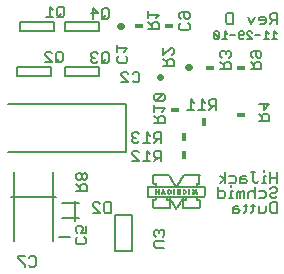
<source format=gbo>
G75*
G70*
%OFA0B0*%
%FSLAX24Y24*%
%IPPOS*%
%LPD*%
%AMOC8*
5,1,8,0,0,1.08239X$1,22.5*
%
%ADD10C,0.0050*%
%ADD11C,0.0220*%
%ADD12R,0.0300X0.0180*%
%ADD13C,0.0060*%
%ADD14C,0.0080*%
%ADD15R,0.0020X0.0010*%
%ADD16R,0.0040X0.0010*%
%ADD17R,0.0610X0.0010*%
%ADD18R,0.0060X0.0010*%
%ADD19R,0.0080X0.0010*%
%ADD20R,0.0090X0.0010*%
%ADD21R,0.0100X0.0010*%
%ADD22R,0.0050X0.0010*%
%ADD23R,0.0140X0.0010*%
%ADD24R,0.0180X0.0010*%
%ADD25R,0.0170X0.0010*%
%ADD26R,0.0160X0.0010*%
%ADD27R,0.1940X0.0010*%
%ADD28R,0.0030X0.0010*%
%ADD29R,0.0110X0.0010*%
%ADD30R,0.0130X0.0010*%
%ADD31R,0.0070X0.0010*%
%ADD32R,0.0150X0.0010*%
%ADD33R,0.0120X0.0010*%
%ADD34R,0.0580X0.0010*%
%ADD35R,0.0570X0.0010*%
%ADD36R,0.0560X0.0010*%
%ADD37R,0.0180X0.0300*%
D10*
X007965Y000849D02*
X008198Y000616D01*
X008198Y000557D01*
X008333Y000616D02*
X008392Y000557D01*
X008508Y000557D01*
X008567Y000616D01*
X008567Y000849D01*
X008508Y000907D01*
X008392Y000907D01*
X008333Y000849D01*
X008198Y000907D02*
X007965Y000907D01*
X007965Y000849D01*
X009899Y001363D02*
X009957Y001305D01*
X010191Y001305D01*
X010249Y001363D01*
X010249Y001480D01*
X010191Y001538D01*
X009957Y001538D02*
X009899Y001480D01*
X009899Y001363D01*
X009957Y001673D02*
X009899Y001732D01*
X009899Y001848D01*
X009957Y001907D01*
X010074Y001907D01*
X010133Y001848D01*
X010133Y001790D01*
X010074Y001673D01*
X010249Y001673D01*
X010249Y001907D01*
X009871Y002081D02*
X009871Y002749D01*
X010001Y002677D02*
X009456Y002677D01*
X009456Y002183D02*
X010001Y002183D01*
X010464Y002355D02*
X010697Y002355D01*
X010464Y002588D01*
X010464Y002647D01*
X010522Y002705D01*
X010639Y002705D01*
X010697Y002647D01*
X010832Y002647D02*
X010891Y002705D01*
X011066Y002705D01*
X011066Y002355D01*
X010891Y002355D01*
X010832Y002413D01*
X010832Y002647D01*
X010279Y003075D02*
X010279Y003250D01*
X010221Y003308D01*
X010104Y003308D01*
X010046Y003250D01*
X010046Y003075D01*
X010046Y003192D02*
X009929Y003308D01*
X009987Y003443D02*
X010046Y003443D01*
X010104Y003502D01*
X010104Y003618D01*
X010046Y003677D01*
X009987Y003677D01*
X009929Y003618D01*
X009929Y003502D01*
X009987Y003443D01*
X010104Y003502D02*
X010163Y003443D01*
X010221Y003443D01*
X010279Y003502D01*
X010279Y003618D01*
X010221Y003677D01*
X010163Y003677D01*
X010104Y003618D01*
X009929Y003075D02*
X010279Y003075D01*
X011779Y004075D02*
X012013Y004075D01*
X011779Y004308D01*
X011779Y004367D01*
X011837Y004425D01*
X011954Y004425D01*
X012013Y004367D01*
X012264Y004425D02*
X012381Y004308D01*
X012516Y004250D02*
X012574Y004192D01*
X012749Y004192D01*
X012632Y004192D02*
X012516Y004075D01*
X012381Y004075D02*
X012147Y004075D01*
X012264Y004075D02*
X012264Y004425D01*
X012516Y004367D02*
X012516Y004250D01*
X012749Y004075D02*
X012749Y004425D01*
X012574Y004425D01*
X012516Y004367D01*
X012521Y004685D02*
X012637Y004802D01*
X012579Y004802D02*
X012754Y004802D01*
X012754Y004685D02*
X012754Y005035D01*
X012579Y005035D01*
X012521Y004977D01*
X012521Y004860D01*
X012579Y004802D01*
X012386Y004918D02*
X012269Y005035D01*
X012269Y004685D01*
X012386Y004685D02*
X012152Y004685D01*
X012017Y004743D02*
X011959Y004685D01*
X011842Y004685D01*
X011784Y004743D01*
X011784Y004802D01*
X011842Y004860D01*
X011901Y004860D01*
X011842Y004860D02*
X011784Y004918D01*
X011784Y004977D01*
X011842Y005035D01*
X011959Y005035D01*
X012017Y004977D01*
X012529Y005355D02*
X012879Y005355D01*
X012879Y005530D01*
X012821Y005588D01*
X012704Y005588D01*
X012646Y005530D01*
X012646Y005355D01*
X012646Y005472D02*
X012529Y005588D01*
X012529Y005723D02*
X012529Y005957D01*
X012529Y005840D02*
X012879Y005840D01*
X012763Y005723D01*
X012821Y006091D02*
X012587Y006091D01*
X012821Y006325D01*
X012587Y006325D01*
X012529Y006267D01*
X012529Y006150D01*
X012587Y006091D01*
X012821Y006091D02*
X012879Y006150D01*
X012879Y006267D01*
X012821Y006325D01*
X013736Y006145D02*
X013736Y005795D01*
X013853Y005795D02*
X013619Y005795D01*
X013987Y005795D02*
X014221Y005795D01*
X014104Y005795D02*
X014104Y006145D01*
X014221Y006028D01*
X014356Y005970D02*
X014356Y006087D01*
X014414Y006145D01*
X014589Y006145D01*
X014589Y005795D01*
X014589Y005912D02*
X014414Y005912D01*
X014356Y005970D01*
X014472Y005912D02*
X014356Y005795D01*
X013853Y006028D02*
X013736Y006145D01*
X012029Y006763D02*
X012029Y006997D01*
X011971Y007055D01*
X011854Y007055D01*
X011796Y006997D01*
X011661Y006997D02*
X011602Y007055D01*
X011486Y007055D01*
X011427Y006997D01*
X011427Y006938D01*
X011661Y006705D01*
X011427Y006705D01*
X011796Y006763D02*
X011854Y006705D01*
X011971Y006705D01*
X012029Y006763D01*
X012829Y007255D02*
X013179Y007255D01*
X013179Y007430D01*
X013121Y007488D01*
X013004Y007488D01*
X012946Y007430D01*
X012946Y007255D01*
X012946Y007372D02*
X012829Y007488D01*
X012829Y007623D02*
X013063Y007857D01*
X013121Y007857D01*
X013179Y007798D01*
X013179Y007682D01*
X013121Y007623D01*
X012829Y007623D02*
X012829Y007857D01*
X012679Y008465D02*
X012329Y008465D01*
X012446Y008465D02*
X012446Y008640D01*
X012504Y008698D01*
X012621Y008698D01*
X012679Y008640D01*
X012679Y008465D01*
X012446Y008582D02*
X012329Y008698D01*
X012329Y008833D02*
X012329Y009067D01*
X012329Y008950D02*
X012679Y008950D01*
X012563Y008833D01*
X013349Y008865D02*
X013349Y008982D01*
X013407Y009040D01*
X013641Y009040D01*
X013699Y008982D01*
X013699Y008865D01*
X013641Y008807D01*
X013583Y008807D01*
X013524Y008865D01*
X013524Y009040D01*
X013349Y008865D02*
X013407Y008807D01*
X013407Y008672D02*
X013349Y008613D01*
X013349Y008497D01*
X013407Y008438D01*
X013641Y008438D01*
X013699Y008497D01*
X013699Y008613D01*
X013641Y008672D01*
X014509Y008360D02*
X014676Y008194D01*
X014634Y008152D01*
X014551Y008152D01*
X014509Y008194D01*
X014509Y008360D01*
X014551Y008402D01*
X014634Y008402D01*
X014676Y008360D01*
X014676Y008194D01*
X014785Y008152D02*
X014952Y008152D01*
X014869Y008152D02*
X014869Y008402D01*
X014952Y008319D01*
X015062Y008277D02*
X015228Y008277D01*
X015338Y008277D02*
X015463Y008277D01*
X015505Y008319D01*
X015505Y008360D01*
X015463Y008402D01*
X015380Y008402D01*
X015338Y008360D01*
X015338Y008194D01*
X015380Y008152D01*
X015463Y008152D01*
X015505Y008194D01*
X015614Y008152D02*
X015781Y008152D01*
X015614Y008319D01*
X015614Y008360D01*
X015656Y008402D01*
X015739Y008402D01*
X015781Y008360D01*
X015890Y008277D02*
X016057Y008277D01*
X016166Y008152D02*
X016333Y008152D01*
X016250Y008152D02*
X016250Y008402D01*
X016333Y008319D01*
X016526Y008402D02*
X016526Y008152D01*
X016609Y008152D02*
X016443Y008152D01*
X016609Y008319D02*
X016526Y008402D01*
X016606Y008661D02*
X016606Y009011D01*
X016431Y009011D01*
X016372Y008952D01*
X016372Y008836D01*
X016431Y008777D01*
X016606Y008777D01*
X016489Y008777D02*
X016372Y008661D01*
X016237Y008719D02*
X016237Y008836D01*
X016179Y008894D01*
X016062Y008894D01*
X016004Y008836D01*
X016004Y008777D01*
X016237Y008777D01*
X016237Y008719D02*
X016179Y008661D01*
X016062Y008661D01*
X015869Y008894D02*
X015752Y008661D01*
X015636Y008894D01*
X015133Y009011D02*
X015133Y008661D01*
X014957Y008661D01*
X014899Y008719D01*
X014899Y008952D01*
X014957Y009011D01*
X015133Y009011D01*
X015021Y007757D02*
X014963Y007757D01*
X014904Y007698D01*
X014846Y007757D01*
X014787Y007757D01*
X014729Y007698D01*
X014729Y007582D01*
X014787Y007523D01*
X014729Y007388D02*
X014846Y007272D01*
X014846Y007330D02*
X014846Y007155D01*
X014729Y007155D02*
X015079Y007155D01*
X015079Y007330D01*
X015021Y007388D01*
X014904Y007388D01*
X014846Y007330D01*
X015021Y007523D02*
X015079Y007582D01*
X015079Y007698D01*
X015021Y007757D01*
X014904Y007698D02*
X014904Y007640D01*
X015739Y007682D02*
X015739Y007565D01*
X015797Y007507D01*
X015914Y007565D02*
X015914Y007740D01*
X015797Y007740D02*
X016031Y007740D01*
X016089Y007682D01*
X016089Y007565D01*
X016031Y007507D01*
X015973Y007507D01*
X015914Y007565D01*
X015914Y007372D02*
X015856Y007313D01*
X015856Y007138D01*
X015739Y007138D02*
X016089Y007138D01*
X016089Y007313D01*
X016031Y007372D01*
X015914Y007372D01*
X015856Y007255D02*
X015739Y007372D01*
X015739Y007682D02*
X015797Y007740D01*
X016174Y006027D02*
X016174Y005793D01*
X016349Y005968D01*
X015999Y005968D01*
X015999Y005658D02*
X016116Y005542D01*
X016116Y005600D02*
X016116Y005425D01*
X015999Y005425D02*
X016349Y005425D01*
X016349Y005600D01*
X016291Y005658D01*
X016174Y005658D01*
X016116Y005600D01*
X016182Y003764D02*
X016182Y003705D01*
X016182Y003588D02*
X016182Y003355D01*
X016124Y003355D02*
X016241Y003355D01*
X016376Y003355D02*
X016376Y003705D01*
X016376Y003530D02*
X016609Y003530D01*
X016609Y003355D02*
X016609Y003705D01*
X016241Y003588D02*
X016182Y003588D01*
X015995Y003413D02*
X015937Y003355D01*
X015879Y003355D01*
X015820Y003413D01*
X015820Y003705D01*
X015762Y003705D02*
X015879Y003705D01*
X015569Y003588D02*
X015452Y003588D01*
X015394Y003530D01*
X015394Y003355D01*
X015569Y003355D01*
X015627Y003413D01*
X015569Y003472D01*
X015394Y003472D01*
X015259Y003530D02*
X015259Y003413D01*
X015200Y003355D01*
X015025Y003355D01*
X015078Y003264D02*
X015078Y003205D01*
X015078Y003088D02*
X015078Y002855D01*
X015136Y002855D02*
X015019Y002855D01*
X014890Y002913D02*
X014890Y003030D01*
X014832Y003088D01*
X014657Y003088D01*
X014657Y003205D02*
X014657Y002855D01*
X014832Y002855D01*
X014890Y002913D01*
X015078Y003088D02*
X015136Y003088D01*
X015271Y003030D02*
X015271Y002855D01*
X015387Y002855D02*
X015387Y003030D01*
X015329Y003088D01*
X015271Y003030D01*
X015387Y003030D02*
X015446Y003088D01*
X015504Y003088D01*
X015504Y002855D01*
X015639Y002855D02*
X015639Y003030D01*
X015697Y003088D01*
X015814Y003088D01*
X015873Y003030D01*
X016007Y003088D02*
X016182Y003088D01*
X016241Y003030D01*
X016241Y002913D01*
X016182Y002855D01*
X016007Y002855D01*
X015873Y002855D02*
X015873Y003205D01*
X016376Y003147D02*
X016434Y003205D01*
X016551Y003205D01*
X016609Y003147D01*
X016609Y003088D01*
X016551Y003030D01*
X016434Y003030D01*
X016376Y002972D01*
X016376Y002913D01*
X016434Y002855D01*
X016551Y002855D01*
X016609Y002913D01*
X016609Y002705D02*
X016434Y002705D01*
X016376Y002647D01*
X016376Y002413D01*
X016434Y002355D01*
X016609Y002355D01*
X016609Y002705D01*
X016241Y002588D02*
X016241Y002413D01*
X016182Y002355D01*
X016007Y002355D01*
X016007Y002588D01*
X015873Y002588D02*
X015756Y002588D01*
X015814Y002647D02*
X015814Y002413D01*
X015756Y002355D01*
X015569Y002413D02*
X015510Y002355D01*
X015569Y002413D02*
X015569Y002647D01*
X015627Y002588D02*
X015510Y002588D01*
X015323Y002588D02*
X015206Y002588D01*
X015148Y002530D01*
X015148Y002355D01*
X015323Y002355D01*
X015381Y002413D01*
X015323Y002472D01*
X015148Y002472D01*
X014890Y003355D02*
X014890Y003705D01*
X015025Y003588D02*
X015200Y003588D01*
X015259Y003530D01*
X014890Y003472D02*
X014715Y003588D01*
X014890Y003472D02*
X014715Y003355D01*
X012859Y001738D02*
X012801Y001797D01*
X012743Y001797D01*
X012684Y001738D01*
X012626Y001797D01*
X012567Y001797D01*
X012509Y001738D01*
X012509Y001622D01*
X012567Y001563D01*
X012684Y001680D02*
X012684Y001738D01*
X012859Y001738D02*
X012859Y001622D01*
X012801Y001563D01*
X012859Y001428D02*
X012567Y001428D01*
X012509Y001370D01*
X012509Y001253D01*
X012567Y001195D01*
X012859Y001195D01*
X011567Y004394D02*
X007630Y004394D01*
X007630Y005968D02*
X011567Y005968D01*
X011567Y004394D01*
X011571Y007355D02*
X011337Y007355D01*
X011279Y007413D01*
X011279Y007530D01*
X011337Y007588D01*
X011279Y007723D02*
X011279Y007957D01*
X011279Y007840D02*
X011629Y007840D01*
X011513Y007723D01*
X011571Y007588D02*
X011629Y007530D01*
X011629Y007413D01*
X011571Y007355D01*
X011016Y007413D02*
X011016Y007647D01*
X010957Y007705D01*
X010841Y007705D01*
X010782Y007647D01*
X010782Y007413D01*
X010841Y007355D01*
X010957Y007355D01*
X011016Y007413D01*
X010899Y007472D02*
X010782Y007355D01*
X010647Y007413D02*
X010589Y007355D01*
X010472Y007355D01*
X010414Y007413D01*
X010414Y007472D01*
X010472Y007530D01*
X010531Y007530D01*
X010472Y007530D02*
X010414Y007588D01*
X010414Y007647D01*
X010472Y007705D01*
X010589Y007705D01*
X010647Y007647D01*
X009476Y007667D02*
X009476Y007433D01*
X009417Y007375D01*
X009301Y007375D01*
X009242Y007433D01*
X009242Y007667D01*
X009301Y007725D01*
X009417Y007725D01*
X009476Y007667D01*
X009359Y007492D02*
X009242Y007375D01*
X009107Y007375D02*
X008874Y007608D01*
X008874Y007667D01*
X008932Y007725D01*
X009049Y007725D01*
X009107Y007667D01*
X009107Y007375D02*
X008874Y007375D01*
X008924Y008875D02*
X009157Y008875D01*
X009041Y008875D02*
X009041Y009225D01*
X009157Y009108D01*
X009292Y009167D02*
X009292Y008933D01*
X009351Y008875D01*
X009467Y008875D01*
X009526Y008933D01*
X009526Y009167D01*
X009467Y009225D01*
X009351Y009225D01*
X009292Y009167D01*
X009409Y008992D02*
X009292Y008875D01*
X010414Y009000D02*
X010647Y009000D01*
X010472Y009175D01*
X010472Y008825D01*
X010782Y008825D02*
X010899Y008942D01*
X010957Y008825D02*
X011016Y008883D01*
X011016Y009117D01*
X010957Y009175D01*
X010841Y009175D01*
X010782Y009117D01*
X010782Y008883D01*
X010841Y008825D01*
X010957Y008825D01*
D11*
X011392Y008580D02*
X011416Y008580D01*
X013642Y007230D02*
X013666Y007230D01*
X012704Y006892D02*
X012704Y006868D01*
D12*
X014374Y007180D03*
X015404Y007180D03*
X013004Y008580D03*
X012004Y008580D03*
X013204Y005780D03*
X015404Y005630D03*
D13*
X010684Y006930D02*
X010684Y007230D01*
X009544Y007230D01*
X009544Y006930D01*
X010684Y006930D01*
X009084Y006930D02*
X009084Y007230D01*
X007944Y007230D01*
X007944Y006930D01*
X009084Y006930D01*
X009184Y008430D02*
X008044Y008430D01*
X008044Y008730D01*
X009184Y008730D01*
X009184Y008430D01*
X009544Y008430D02*
X009544Y008730D01*
X010684Y008730D01*
X010684Y008430D01*
X009544Y008430D01*
X011224Y002288D02*
X011224Y001072D01*
X011785Y001072D01*
X011785Y002288D01*
X011224Y002288D01*
D14*
X007854Y001430D02*
X007854Y003730D01*
X009154Y003730D02*
X009154Y001430D01*
X009337Y001560D02*
X009712Y001560D01*
X009254Y002880D02*
X007754Y002880D01*
D15*
X013259Y002450D03*
X013499Y003000D03*
X013499Y003060D03*
X013879Y002970D03*
X013879Y002960D03*
D16*
X013879Y002990D03*
X013939Y002990D03*
X013939Y003000D03*
X013939Y003010D03*
X013939Y003020D03*
X013939Y002980D03*
X013949Y002970D03*
X013949Y002960D03*
X013939Y002850D03*
X013939Y002840D03*
X013939Y002830D03*
X013939Y002820D03*
X013939Y002810D03*
X013939Y002800D03*
X013939Y002790D03*
X014039Y002740D03*
X014039Y002730D03*
X014039Y002720D03*
X014039Y002710D03*
X014039Y002700D03*
X014039Y002690D03*
X014039Y002680D03*
X014039Y002670D03*
X014039Y002660D03*
X014039Y002650D03*
X014039Y002640D03*
X014039Y002630D03*
X014039Y002620D03*
X014039Y002610D03*
X014039Y002600D03*
X014039Y002590D03*
X014039Y002580D03*
X014039Y002570D03*
X014039Y002560D03*
X014039Y002550D03*
X014039Y002540D03*
X014039Y002530D03*
X014039Y002520D03*
X014039Y002510D03*
X014209Y002900D03*
X014209Y002910D03*
X014209Y002920D03*
X014209Y002930D03*
X014209Y002940D03*
X014209Y002950D03*
X014209Y002960D03*
X014209Y002970D03*
X014209Y002980D03*
X014209Y002990D03*
X014209Y003000D03*
X014209Y003010D03*
X014209Y003020D03*
X014209Y003030D03*
X014209Y003040D03*
X014209Y003050D03*
X014209Y003060D03*
X014209Y003070D03*
X014209Y003080D03*
X014209Y003090D03*
X014209Y003100D03*
X014209Y003110D03*
X014209Y003120D03*
X014209Y003130D03*
X014209Y003140D03*
X014209Y003150D03*
X014209Y003160D03*
X014209Y003170D03*
X014209Y003180D03*
X014029Y003320D03*
X014029Y003330D03*
X014029Y003340D03*
X014029Y003350D03*
X014029Y003360D03*
X014029Y003370D03*
X014029Y003380D03*
X014029Y003390D03*
X014029Y003400D03*
X014029Y003410D03*
X014029Y003420D03*
X014029Y003430D03*
X014029Y003440D03*
X014029Y003450D03*
X014029Y003460D03*
X014029Y003470D03*
X014029Y003480D03*
X014029Y003490D03*
X014029Y003500D03*
X014029Y003510D03*
X014029Y003520D03*
X014029Y003530D03*
X014029Y003540D03*
X014029Y003550D03*
X014029Y003560D03*
X013939Y003270D03*
X013939Y003260D03*
X013939Y003250D03*
X013939Y003240D03*
X013939Y003230D03*
X013919Y003100D03*
X013919Y003090D03*
X013829Y003090D03*
X013829Y003100D03*
X013829Y003080D03*
X013819Y003020D03*
X013809Y002990D03*
X013809Y002980D03*
X013689Y002980D03*
X013689Y002990D03*
X013689Y003000D03*
X013689Y003010D03*
X013689Y003020D03*
X013689Y003030D03*
X013689Y003040D03*
X013689Y003050D03*
X013689Y003060D03*
X013689Y003070D03*
X013689Y003080D03*
X013689Y003090D03*
X013689Y003100D03*
X013579Y003050D03*
X013579Y003040D03*
X013579Y003030D03*
X013579Y003020D03*
X013569Y003060D03*
X013689Y002970D03*
X013689Y002960D03*
X013569Y002850D03*
X013569Y002840D03*
X013569Y002830D03*
X013569Y002820D03*
X013569Y002810D03*
X013569Y002800D03*
X013569Y002790D03*
X013499Y002850D03*
X013489Y002840D03*
X013479Y002820D03*
X013469Y002810D03*
X013459Y002790D03*
X013469Y002720D03*
X013469Y002710D03*
X013469Y002700D03*
X013469Y002690D03*
X013469Y002680D03*
X013469Y002670D03*
X013469Y002660D03*
X013469Y002650D03*
X013469Y002640D03*
X013469Y002630D03*
X013469Y002620D03*
X013469Y002610D03*
X013469Y002600D03*
X013469Y002590D03*
X013469Y002580D03*
X013469Y002570D03*
X013469Y002560D03*
X013469Y002550D03*
X013469Y002540D03*
X013469Y002530D03*
X013469Y002520D03*
X013469Y002510D03*
X013329Y002580D03*
X013299Y002530D03*
X013219Y002530D03*
X013189Y002580D03*
X013159Y002630D03*
X013139Y002660D03*
X013109Y002710D03*
X013049Y002710D03*
X013049Y002720D03*
X013049Y002700D03*
X013049Y002690D03*
X013049Y002680D03*
X013049Y002670D03*
X013049Y002660D03*
X013049Y002650D03*
X013049Y002640D03*
X013049Y002630D03*
X013049Y002620D03*
X013049Y002610D03*
X013049Y002600D03*
X013049Y002590D03*
X013049Y002580D03*
X013049Y002570D03*
X013049Y002560D03*
X013049Y002550D03*
X013049Y002540D03*
X013049Y002530D03*
X013049Y002520D03*
X013049Y002510D03*
X013259Y002460D03*
X013379Y002660D03*
X013409Y002710D03*
X013389Y002960D03*
X013389Y002970D03*
X013389Y002980D03*
X013389Y002990D03*
X013389Y003000D03*
X013389Y003010D03*
X013389Y003050D03*
X013389Y003060D03*
X013389Y003070D03*
X013389Y003080D03*
X013389Y003090D03*
X013389Y003100D03*
X013299Y003100D03*
X013299Y003090D03*
X013299Y003080D03*
X013299Y003070D03*
X013299Y003060D03*
X013299Y003050D03*
X013299Y003010D03*
X013299Y003000D03*
X013299Y002990D03*
X013299Y002980D03*
X013299Y002970D03*
X013299Y002960D03*
X013189Y002960D03*
X013189Y002970D03*
X013189Y002980D03*
X013189Y002990D03*
X013189Y003000D03*
X013189Y003010D03*
X013189Y003020D03*
X013189Y003030D03*
X013189Y003040D03*
X013189Y003050D03*
X013189Y003060D03*
X013189Y003070D03*
X013189Y003080D03*
X013189Y003090D03*
X013189Y003100D03*
X013079Y003050D03*
X013079Y003040D03*
X013079Y003030D03*
X013079Y003020D03*
X013079Y003010D03*
X013069Y003000D03*
X013069Y003060D03*
X012979Y003000D03*
X012969Y003010D03*
X012879Y002970D03*
X012879Y002960D03*
X012869Y002980D03*
X012859Y003020D03*
X012849Y003040D03*
X012849Y003050D03*
X012799Y003050D03*
X012799Y003040D03*
X012789Y003020D03*
X012779Y002980D03*
X012769Y002970D03*
X012769Y002960D03*
X012679Y002960D03*
X012679Y002970D03*
X012679Y002980D03*
X012679Y002990D03*
X012679Y003000D03*
X012679Y003010D03*
X012679Y003020D03*
X012679Y003030D03*
X012679Y003040D03*
X012619Y003030D03*
X012569Y003030D03*
X012569Y003040D03*
X012569Y003050D03*
X012569Y003060D03*
X012569Y003070D03*
X012569Y003080D03*
X012569Y003090D03*
X012569Y003100D03*
X012569Y002970D03*
X012569Y002960D03*
X012579Y002850D03*
X012579Y002840D03*
X012579Y002830D03*
X012579Y002820D03*
X012579Y002810D03*
X012579Y002800D03*
X012579Y002790D03*
X012479Y002740D03*
X012479Y002730D03*
X012479Y002720D03*
X012479Y002710D03*
X012479Y002700D03*
X012479Y002690D03*
X012479Y002680D03*
X012479Y002670D03*
X012479Y002660D03*
X012479Y002650D03*
X012479Y002640D03*
X012479Y002630D03*
X012479Y002620D03*
X012479Y002610D03*
X012479Y002600D03*
X012479Y002590D03*
X012479Y002580D03*
X012479Y002570D03*
X012479Y002560D03*
X012479Y002550D03*
X012479Y002540D03*
X012479Y002530D03*
X012479Y002520D03*
X012479Y002510D03*
X012949Y002790D03*
X012949Y002800D03*
X012949Y002810D03*
X012949Y002820D03*
X012949Y002830D03*
X012949Y002840D03*
X012949Y002850D03*
X013019Y002850D03*
X013029Y002840D03*
X013039Y002820D03*
X013049Y002810D03*
X013059Y002790D03*
X012309Y002900D03*
X012309Y002910D03*
X012309Y002920D03*
X012309Y002930D03*
X012309Y002940D03*
X012309Y002950D03*
X012309Y002960D03*
X012309Y002970D03*
X012309Y002980D03*
X012309Y002990D03*
X012309Y003000D03*
X012309Y003010D03*
X012309Y003020D03*
X012309Y003030D03*
X012309Y003040D03*
X012309Y003050D03*
X012309Y003060D03*
X012309Y003070D03*
X012309Y003080D03*
X012309Y003090D03*
X012309Y003100D03*
X012309Y003110D03*
X012309Y003120D03*
X012309Y003130D03*
X012309Y003140D03*
X012309Y003150D03*
X012309Y003160D03*
X012309Y003170D03*
X012309Y003180D03*
X012489Y003320D03*
X012489Y003330D03*
X012489Y003340D03*
X012489Y003350D03*
X012489Y003360D03*
X012489Y003370D03*
X012489Y003380D03*
X012489Y003390D03*
X012489Y003400D03*
X012489Y003410D03*
X012489Y003420D03*
X012489Y003430D03*
X012489Y003440D03*
X012489Y003450D03*
X012489Y003460D03*
X012489Y003470D03*
X012489Y003480D03*
X012489Y003490D03*
X012489Y003500D03*
X012489Y003510D03*
X012489Y003520D03*
X012489Y003530D03*
X012489Y003540D03*
X012489Y003550D03*
X012489Y003560D03*
X012579Y003270D03*
X012579Y003260D03*
X012579Y003250D03*
X012579Y003240D03*
X012579Y003230D03*
X013059Y003510D03*
X013059Y003520D03*
X013049Y003530D03*
X013049Y003540D03*
X013039Y003550D03*
X013069Y003500D03*
X013079Y003480D03*
X013089Y003470D03*
X013099Y003450D03*
X013109Y003430D03*
X013119Y003410D03*
X013129Y003390D03*
X013139Y003380D03*
X013149Y003360D03*
X013159Y003350D03*
X013159Y003340D03*
X013169Y003330D03*
X013179Y003310D03*
X013189Y003300D03*
X013189Y003290D03*
X013199Y003280D03*
X013209Y003260D03*
X013219Y003250D03*
X013229Y003230D03*
X013289Y003230D03*
X013299Y003250D03*
X013309Y003260D03*
X013319Y003280D03*
X013329Y003300D03*
X013339Y003320D03*
X013359Y003350D03*
X013389Y003400D03*
X013399Y003420D03*
X013409Y003430D03*
X013409Y003440D03*
X013419Y003450D03*
X013429Y003470D03*
X013439Y003480D03*
X013439Y003490D03*
X013449Y003500D03*
X013459Y003520D03*
X013469Y003530D03*
X013469Y003540D03*
X013479Y003550D03*
D17*
X013754Y002500D03*
X013754Y002490D03*
X013754Y002480D03*
X013754Y002470D03*
X012764Y002470D03*
X012764Y002480D03*
X012764Y002490D03*
X012764Y002500D03*
D18*
X013259Y002480D03*
X013259Y002470D03*
X013019Y002960D03*
X012819Y003080D03*
X012669Y003080D03*
X012579Y002990D03*
X013879Y003010D03*
X013879Y003020D03*
X013919Y003050D03*
X013919Y003060D03*
X013919Y003070D03*
D19*
X013529Y003090D03*
X013529Y002970D03*
X013449Y002740D03*
X013069Y002740D03*
X013259Y002490D03*
X012659Y003060D03*
X012589Y003010D03*
D20*
X012594Y003020D03*
X012654Y003050D03*
X013024Y002970D03*
X013074Y002730D03*
X013264Y002500D03*
X013444Y002730D03*
X013534Y002980D03*
X013534Y003080D03*
D21*
X013539Y003070D03*
X013539Y002990D03*
X013019Y003090D03*
X013259Y002510D03*
D22*
X013224Y002520D03*
X013214Y002540D03*
X013204Y002550D03*
X013204Y002560D03*
X013194Y002570D03*
X013184Y002590D03*
X013174Y002600D03*
X013174Y002610D03*
X013164Y002620D03*
X013154Y002640D03*
X013144Y002650D03*
X013134Y002670D03*
X013124Y002680D03*
X013124Y002690D03*
X013114Y002700D03*
X013104Y002720D03*
X013054Y002800D03*
X013034Y002830D03*
X013064Y002990D03*
X013064Y003070D03*
X012984Y003070D03*
X012984Y002990D03*
X012824Y003090D03*
X012824Y003100D03*
X012674Y003100D03*
X012674Y003090D03*
X012624Y003040D03*
X012574Y002980D03*
X013174Y003320D03*
X013144Y003370D03*
X013124Y003400D03*
X013114Y003420D03*
X013104Y003440D03*
X013094Y003460D03*
X013074Y003490D03*
X013034Y003560D03*
X013374Y003380D03*
X013374Y003370D03*
X013364Y003360D03*
X013354Y003340D03*
X013344Y003330D03*
X013334Y003310D03*
X013324Y003290D03*
X013314Y003270D03*
X013294Y003240D03*
X013224Y003240D03*
X013204Y003270D03*
X013384Y003390D03*
X013394Y003410D03*
X013424Y003460D03*
X013454Y003510D03*
X013484Y003560D03*
X013524Y003100D03*
X013574Y003010D03*
X013564Y003000D03*
X013524Y002960D03*
X013484Y002830D03*
X013464Y002800D03*
X013414Y002720D03*
X013404Y002700D03*
X013394Y002690D03*
X013394Y002680D03*
X013384Y002670D03*
X013374Y002650D03*
X013364Y002640D03*
X013364Y002630D03*
X013354Y002620D03*
X013344Y002610D03*
X013344Y002600D03*
X013334Y002590D03*
X013324Y002570D03*
X013314Y002560D03*
X013314Y002550D03*
X013304Y002540D03*
X013294Y002520D03*
X013804Y002960D03*
X013804Y002970D03*
X013814Y003000D03*
X013814Y003010D03*
X013834Y003060D03*
X013834Y003070D03*
X013874Y003000D03*
X013924Y003080D03*
D23*
X013989Y002780D03*
X013989Y002770D03*
X013989Y002760D03*
X013989Y002750D03*
X012529Y002760D03*
X012529Y002770D03*
X012529Y002780D03*
X012529Y002750D03*
D24*
X013019Y002750D03*
X013499Y002750D03*
D25*
X013504Y002760D03*
X013014Y002760D03*
D26*
X013009Y002770D03*
X013009Y002780D03*
X013509Y002780D03*
X013509Y002770D03*
D27*
X013259Y002860D03*
X013259Y002870D03*
X013259Y002880D03*
X013259Y002890D03*
X013259Y003190D03*
X013259Y003200D03*
X013259Y003210D03*
X013259Y003220D03*
D28*
X012984Y003060D03*
X012854Y003030D03*
X012794Y003030D03*
X013874Y002980D03*
D29*
X013024Y002980D03*
X012824Y003010D03*
D30*
X012824Y003000D03*
X012824Y002990D03*
X013344Y003020D03*
X013344Y003030D03*
X013344Y003040D03*
X013984Y003280D03*
X013984Y003290D03*
X013984Y003300D03*
X013984Y003310D03*
X012534Y003310D03*
X012534Y003300D03*
X012534Y003290D03*
X012534Y003280D03*
D31*
X012664Y003070D03*
X012584Y003000D03*
X012824Y003060D03*
X012824Y003070D03*
X012984Y003040D03*
X012984Y003030D03*
X012984Y003020D03*
X013024Y003100D03*
X013834Y003050D03*
X013834Y003040D03*
X013914Y003040D03*
D32*
X013874Y003030D03*
D33*
X013019Y003080D03*
D34*
X012759Y003570D03*
X013759Y003570D03*
D35*
X013764Y003580D03*
X013764Y003590D03*
X012754Y003590D03*
X012754Y003580D03*
D36*
X012749Y003600D03*
X013769Y003600D03*
D37*
X013504Y004280D03*
X013504Y004880D03*
X014174Y005390D03*
M02*

</source>
